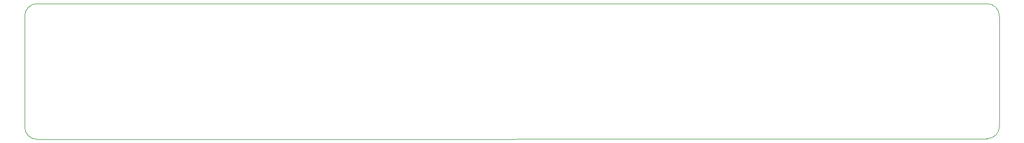
<source format=gbr>
%TF.GenerationSoftware,KiCad,Pcbnew,7.0.5*%
%TF.CreationDate,2024-05-20T19:12:35+03:00*%
%TF.ProjectId,Tempuino,54656d70-7569-46e6-9f2e-6b696361645f,rev?*%
%TF.SameCoordinates,Original*%
%TF.FileFunction,Profile,NP*%
%FSLAX46Y46*%
G04 Gerber Fmt 4.6, Leading zero omitted, Abs format (unit mm)*
G04 Created by KiCad (PCBNEW 7.0.5) date 2024-05-20 19:12:35*
%MOMM*%
%LPD*%
G01*
G04 APERTURE LIST*
%TA.AperFunction,Profile*%
%ADD10C,0.100000*%
%TD*%
G04 APERTURE END LIST*
D10*
X212500000Y-96800000D02*
G75*
G03*
X214500000Y-94800000I0J2000000D01*
G01*
X214500000Y-76900000D02*
G75*
G03*
X212500000Y-74900000I-2000000J0D01*
G01*
X57100000Y-94900000D02*
G75*
G03*
X59100000Y-96900000I2000000J0D01*
G01*
X59100000Y-74900000D02*
G75*
G03*
X57100000Y-76900000I0J-2000000D01*
G01*
X212500000Y-74900000D02*
X59100000Y-74900000D01*
X214500000Y-94800000D02*
X214500000Y-76900000D01*
X59100000Y-96900000D02*
X212500000Y-96800000D01*
X57100000Y-76900000D02*
X57100000Y-94900000D01*
M02*

</source>
